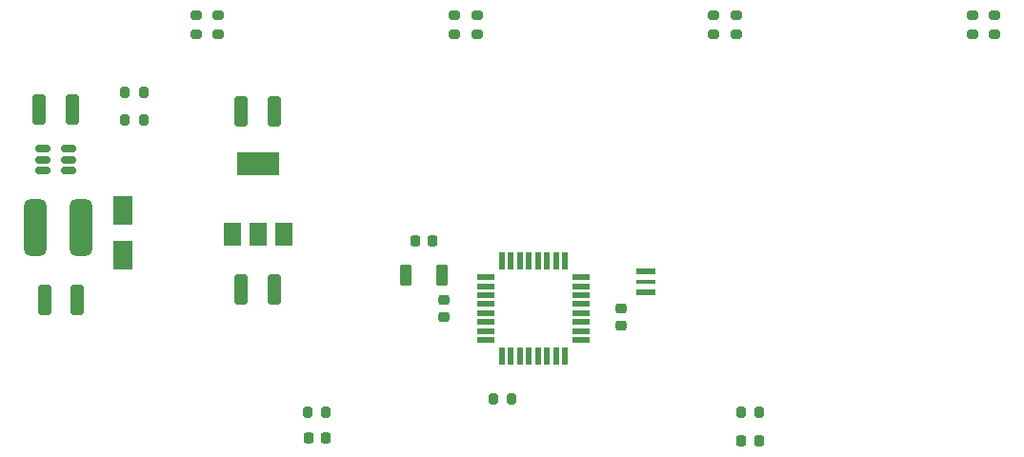
<source format=gbr>
%TF.GenerationSoftware,KiCad,Pcbnew,(6.0.10)*%
%TF.CreationDate,2023-01-09T13:30:39+01:00*%
%TF.ProjectId,BatteryDischargerV1,42617474-6572-4794-9469-736368617267,rev?*%
%TF.SameCoordinates,Original*%
%TF.FileFunction,Paste,Top*%
%TF.FilePolarity,Positive*%
%FSLAX46Y46*%
G04 Gerber Fmt 4.6, Leading zero omitted, Abs format (unit mm)*
G04 Created by KiCad (PCBNEW (6.0.10)) date 2023-01-09 13:30:39*
%MOMM*%
%LPD*%
G01*
G04 APERTURE LIST*
G04 Aperture macros list*
%AMRoundRect*
0 Rectangle with rounded corners*
0 $1 Rounding radius*
0 $2 $3 $4 $5 $6 $7 $8 $9 X,Y pos of 4 corners*
0 Add a 4 corners polygon primitive as box body*
4,1,4,$2,$3,$4,$5,$6,$7,$8,$9,$2,$3,0*
0 Add four circle primitives for the rounded corners*
1,1,$1+$1,$2,$3*
1,1,$1+$1,$4,$5*
1,1,$1+$1,$6,$7*
1,1,$1+$1,$8,$9*
0 Add four rect primitives between the rounded corners*
20,1,$1+$1,$2,$3,$4,$5,0*
20,1,$1+$1,$4,$5,$6,$7,0*
20,1,$1+$1,$6,$7,$8,$9,0*
20,1,$1+$1,$8,$9,$2,$3,0*%
G04 Aperture macros list end*
%ADD10R,1.600000X0.550000*%
%ADD11R,0.550000X1.600000*%
%ADD12RoundRect,0.200000X0.200000X0.275000X-0.200000X0.275000X-0.200000X-0.275000X0.200000X-0.275000X0*%
%ADD13RoundRect,0.225000X0.225000X0.250000X-0.225000X0.250000X-0.225000X-0.250000X0.225000X-0.250000X0*%
%ADD14RoundRect,0.200000X-0.275000X0.200000X-0.275000X-0.200000X0.275000X-0.200000X0.275000X0.200000X0*%
%ADD15RoundRect,0.250000X0.325000X1.100000X-0.325000X1.100000X-0.325000X-1.100000X0.325000X-1.100000X0*%
%ADD16RoundRect,0.500000X-0.500000X-2.000000X0.500000X-2.000000X0.500000X2.000000X-0.500000X2.000000X0*%
%ADD17RoundRect,0.200000X-0.200000X-0.275000X0.200000X-0.275000X0.200000X0.275000X-0.200000X0.275000X0*%
%ADD18RoundRect,0.225000X-0.225000X-0.250000X0.225000X-0.250000X0.225000X0.250000X-0.225000X0.250000X0*%
%ADD19RoundRect,0.200000X0.275000X-0.200000X0.275000X0.200000X-0.275000X0.200000X-0.275000X-0.200000X0*%
%ADD20RoundRect,0.225000X-0.250000X0.225000X-0.250000X-0.225000X0.250000X-0.225000X0.250000X0.225000X0*%
%ADD21RoundRect,0.150000X0.512500X0.150000X-0.512500X0.150000X-0.512500X-0.150000X0.512500X-0.150000X0*%
%ADD22R,1.500000X2.000000*%
%ADD23R,3.800000X2.000000*%
%ADD24R,1.800000X2.500000*%
%ADD25R,1.700000X0.600000*%
%ADD26R,1.700000X0.400000*%
%ADD27RoundRect,0.250000X-0.325000X-1.100000X0.325000X-1.100000X0.325000X1.100000X-0.325000X1.100000X0*%
%ADD28RoundRect,0.250000X-0.275000X-0.700000X0.275000X-0.700000X0.275000X0.700000X-0.275000X0.700000X0*%
G04 APERTURE END LIST*
D10*
%TO.C,U1*%
X110500000Y-160550000D03*
X110500000Y-159750000D03*
X110500000Y-158950000D03*
X110500000Y-158150000D03*
X110500000Y-157350000D03*
X110500000Y-156550000D03*
X110500000Y-155750000D03*
X110500000Y-154950000D03*
D11*
X109050000Y-153500000D03*
X108250000Y-153500000D03*
X107450000Y-153500000D03*
X106650000Y-153500000D03*
X105850000Y-153500000D03*
X105050000Y-153500000D03*
X104250000Y-153500000D03*
X103450000Y-153500000D03*
D10*
X102000000Y-154950000D03*
X102000000Y-155750000D03*
X102000000Y-156550000D03*
X102000000Y-157350000D03*
X102000000Y-158150000D03*
X102000000Y-158950000D03*
X102000000Y-159750000D03*
X102000000Y-160550000D03*
D11*
X103450000Y-162000000D03*
X104250000Y-162000000D03*
X105050000Y-162000000D03*
X105850000Y-162000000D03*
X106650000Y-162000000D03*
X107450000Y-162000000D03*
X108250000Y-162000000D03*
X109050000Y-162000000D03*
%TD*%
D12*
%TO.C,R4*%
X104325000Y-165750000D03*
X102675000Y-165750000D03*
%TD*%
D13*
%TO.C,C2*%
X97275000Y-151750000D03*
X95725000Y-151750000D03*
%TD*%
D14*
%TO.C,R15*%
X76250000Y-131675000D03*
X76250000Y-133325000D03*
%TD*%
D15*
%TO.C,C7*%
X83225000Y-156000000D03*
X80275000Y-156000000D03*
%TD*%
D12*
%TO.C,R9*%
X71575000Y-141000000D03*
X69925000Y-141000000D03*
%TD*%
D16*
%TO.C,L2*%
X62000000Y-150500000D03*
X66000000Y-150500000D03*
%TD*%
D14*
%TO.C,R16*%
X122250000Y-131675000D03*
X122250000Y-133325000D03*
%TD*%
D17*
%TO.C,R10*%
X69925000Y-138500000D03*
X71575000Y-138500000D03*
%TD*%
D18*
%TO.C,CD1*%
X124725000Y-169500000D03*
X126275000Y-169500000D03*
%TD*%
D13*
%TO.C,CD2*%
X87775000Y-169250000D03*
X86225000Y-169250000D03*
%TD*%
D12*
%TO.C,R7*%
X126325000Y-167000000D03*
X124675000Y-167000000D03*
%TD*%
D19*
%TO.C,R19*%
X101250000Y-133325000D03*
X101250000Y-131675000D03*
%TD*%
D17*
%TO.C,R8*%
X86175000Y-167000000D03*
X87825000Y-167000000D03*
%TD*%
D20*
%TO.C,C1*%
X114000000Y-157725000D03*
X114000000Y-159275000D03*
%TD*%
D14*
%TO.C,R22*%
X145250000Y-131675000D03*
X145250000Y-133325000D03*
%TD*%
D15*
%TO.C,C6*%
X65725000Y-157000000D03*
X62775000Y-157000000D03*
%TD*%
D19*
%TO.C,R13*%
X78250000Y-133325000D03*
X78250000Y-131675000D03*
%TD*%
D21*
%TO.C,U3*%
X64887500Y-145450000D03*
X64887500Y-144500000D03*
X64887500Y-143550000D03*
X62612500Y-143550000D03*
X62612500Y-144500000D03*
X62612500Y-145450000D03*
%TD*%
D19*
%TO.C,R14*%
X124250000Y-133325000D03*
X124250000Y-131675000D03*
%TD*%
D22*
%TO.C,U2*%
X79450000Y-151150000D03*
D23*
X81750000Y-144850000D03*
D22*
X81750000Y-151150000D03*
X84050000Y-151150000D03*
%TD*%
D14*
%TO.C,R21*%
X99250000Y-131675000D03*
X99250000Y-133325000D03*
%TD*%
D20*
%TO.C,C3*%
X98250000Y-156975000D03*
X98250000Y-158525000D03*
%TD*%
D19*
%TO.C,R20*%
X147250000Y-133325000D03*
X147250000Y-131675000D03*
%TD*%
D24*
%TO.C,D1*%
X69750000Y-153000000D03*
X69750000Y-149000000D03*
%TD*%
D15*
%TO.C,C8*%
X83225000Y-140250000D03*
X80275000Y-140250000D03*
%TD*%
D25*
%TO.C,Y1*%
X116250000Y-154400000D03*
D26*
X116250000Y-155350000D03*
D25*
X116250000Y-156300000D03*
%TD*%
D27*
%TO.C,C5*%
X62275000Y-140000000D03*
X65225000Y-140000000D03*
%TD*%
D28*
%TO.C,L1*%
X94925000Y-154750000D03*
X98075000Y-154750000D03*
%TD*%
M02*

</source>
